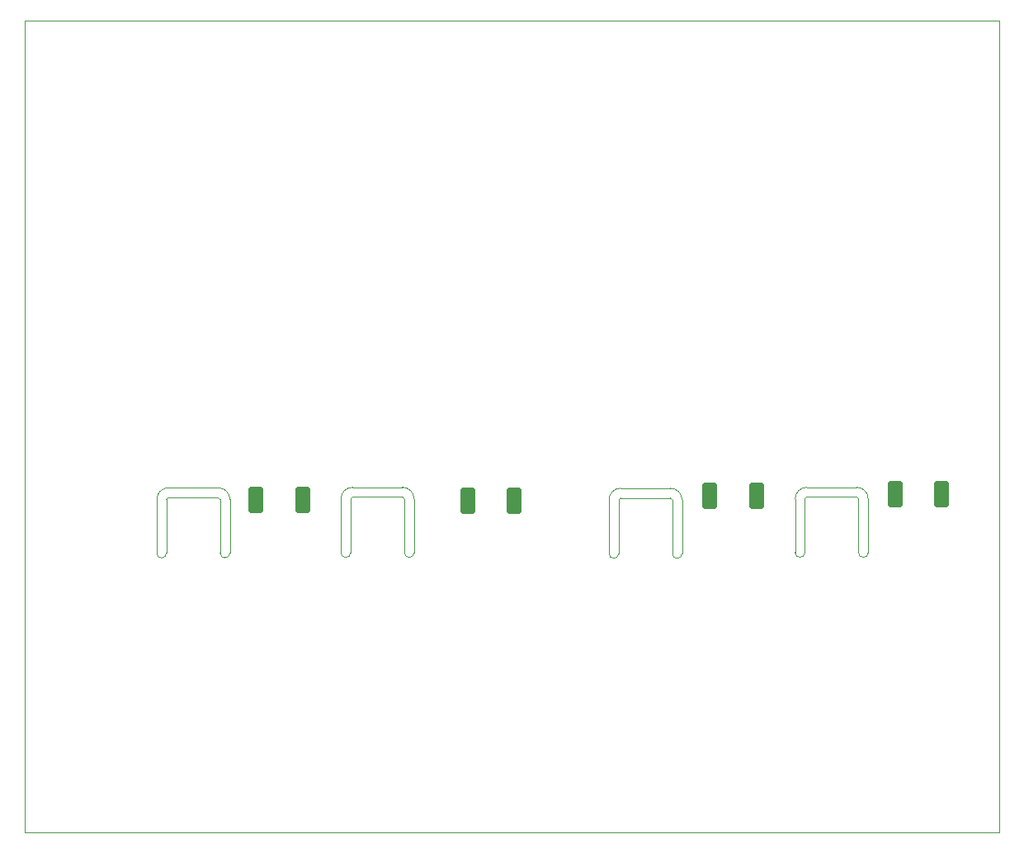
<source format=gbr>
%TF.GenerationSoftware,KiCad,Pcbnew,9.0.3*%
%TF.CreationDate,2025-10-06T20:13:02+02:00*%
%TF.ProjectId,esp32_blinds_controller,65737033-325f-4626-9c69-6e64735f636f,V0.3*%
%TF.SameCoordinates,Original*%
%TF.FileFunction,Paste,Bot*%
%TF.FilePolarity,Positive*%
%FSLAX46Y46*%
G04 Gerber Fmt 4.6, Leading zero omitted, Abs format (unit mm)*
G04 Created by KiCad (PCBNEW 9.0.3) date 2025-10-06 20:13:02*
%MOMM*%
%LPD*%
G01*
G04 APERTURE LIST*
G04 Aperture macros list*
%AMRoundRect*
0 Rectangle with rounded corners*
0 $1 Rounding radius*
0 $2 $3 $4 $5 $6 $7 $8 $9 X,Y pos of 4 corners*
0 Add a 4 corners polygon primitive as box body*
4,1,4,$2,$3,$4,$5,$6,$7,$8,$9,$2,$3,0*
0 Add four circle primitives for the rounded corners*
1,1,$1+$1,$2,$3*
1,1,$1+$1,$4,$5*
1,1,$1+$1,$6,$7*
1,1,$1+$1,$8,$9*
0 Add four rect primitives between the rounded corners*
20,1,$1+$1,$2,$3,$4,$5,0*
20,1,$1+$1,$4,$5,$6,$7,0*
20,1,$1+$1,$6,$7,$8,$9,0*
20,1,$1+$1,$8,$9,$2,$3,0*%
G04 Aperture macros list end*
%ADD10RoundRect,0.250000X0.500000X1.100000X-0.500000X1.100000X-0.500000X-1.100000X0.500000X-1.100000X0*%
%TA.AperFunction,Profile*%
%ADD11C,0.050000*%
%TD*%
%TA.AperFunction,Profile*%
%ADD12C,0.120000*%
%TD*%
G04 APERTURE END LIST*
D10*
%TO.C,D1*%
X129700000Y-104900000D03*
X124900000Y-104900000D03*
%TD*%
%TO.C,D3*%
X195250000Y-104350000D03*
X190450000Y-104350000D03*
%TD*%
%TO.C,D4*%
X151400000Y-105000000D03*
X146600000Y-105000000D03*
%TD*%
%TO.C,D2*%
X176250000Y-104500000D03*
X171450000Y-104500000D03*
%TD*%
D11*
X139900000Y-103600000D02*
G75*
G02*
X141100000Y-104800000I0J-1200000D01*
G01*
X167400000Y-103700000D02*
G75*
G02*
X168600000Y-104900000I0J-1200000D01*
G01*
X168600000Y-110400000D02*
G75*
G02*
X167600000Y-110400000I-500000J0D01*
G01*
X187700000Y-110300000D02*
X187700000Y-104800000D01*
X161100000Y-110400000D02*
X161100000Y-104900000D01*
X134600000Y-110300000D02*
X134600000Y-104800000D01*
X122200000Y-110350000D02*
G75*
G02*
X121200000Y-110350000I-500000J0D01*
G01*
X122200000Y-110350000D02*
X122200000Y-104850000D01*
X134800000Y-103600000D02*
X139900000Y-103600000D01*
X162300000Y-104700000D02*
X167400000Y-104700000D01*
X141100000Y-110300000D02*
X141100000Y-104800000D01*
X181200000Y-110300000D02*
G75*
G02*
X180200000Y-110300000I-500000J0D01*
G01*
X121000000Y-103650000D02*
G75*
G02*
X122200000Y-104850000I0J-1200000D01*
G01*
X181400000Y-104600000D02*
X186500000Y-104600000D01*
X162100000Y-104900000D02*
G75*
G02*
X162300000Y-104700000I200000J0D01*
G01*
X133600000Y-104800000D02*
G75*
G02*
X134800000Y-103600000I1200000J0D01*
G01*
X121200000Y-110350000D02*
X121200000Y-104850000D01*
X187700000Y-110300000D02*
G75*
G02*
X186700000Y-110300000I-500000J0D01*
G01*
X115900000Y-104650000D02*
X121000000Y-104650000D01*
X115700000Y-110350000D02*
X115700000Y-104850000D01*
X167400000Y-104700000D02*
G75*
G02*
X167600000Y-104900000I0J-200000D01*
G01*
X141100000Y-110300000D02*
G75*
G02*
X140100000Y-110300000I-500000J0D01*
G01*
X186700000Y-110300000D02*
X186700000Y-104800000D01*
X180200000Y-104800000D02*
G75*
G02*
X181400000Y-103600000I1200000J0D01*
G01*
X134800000Y-104600000D02*
X139900000Y-104600000D01*
X181200000Y-104800000D02*
G75*
G02*
X181400000Y-104600000I200000J0D01*
G01*
X186500000Y-104600000D02*
G75*
G02*
X186700000Y-104800000I0J-200000D01*
G01*
X162100000Y-110400000D02*
G75*
G02*
X161100000Y-110400000I-500000J0D01*
G01*
X139900000Y-104600000D02*
G75*
G02*
X140100000Y-104800000I0J-200000D01*
G01*
X115700000Y-110350000D02*
G75*
G02*
X114700000Y-110350000I-500000J0D01*
G01*
X186500000Y-103600000D02*
G75*
G02*
X187700000Y-104800000I0J-1200000D01*
G01*
X180200000Y-110300000D02*
X180200000Y-104800000D01*
X162100000Y-110400000D02*
X162100000Y-104900000D01*
X134600000Y-104800000D02*
G75*
G02*
X134800000Y-104600000I200000J0D01*
G01*
X115900000Y-103650000D02*
X121000000Y-103650000D01*
X121000000Y-104650000D02*
G75*
G02*
X121200000Y-104850000I0J-200000D01*
G01*
X140100000Y-110300000D02*
X140100000Y-104800000D01*
X181200000Y-110300000D02*
X181200000Y-104800000D01*
X114700000Y-110350000D02*
X114700000Y-104850000D01*
X168600000Y-110400000D02*
X168600000Y-104900000D01*
X162300000Y-103700000D02*
X167400000Y-103700000D01*
X167600000Y-110400000D02*
X167600000Y-104900000D01*
X161100000Y-104900000D02*
G75*
G02*
X162300000Y-103700000I1200000J0D01*
G01*
X134600000Y-110300000D02*
G75*
G02*
X133600000Y-110300000I-500000J0D01*
G01*
X181400000Y-103600000D02*
X186500000Y-103600000D01*
X115700000Y-104850000D02*
G75*
G02*
X115900000Y-104650000I200000J0D01*
G01*
X114700000Y-104850000D02*
G75*
G02*
X115900000Y-103650000I1200000J0D01*
G01*
X133600000Y-110300000D02*
X133600000Y-104800000D01*
D12*
%TO.C,MOD1*%
X101175000Y-55745000D02*
X101175000Y-138995000D01*
X101175000Y-138995000D02*
X201175000Y-138995000D01*
X201175000Y-55745000D02*
X101175000Y-55745000D01*
X201175000Y-138995000D02*
X201175000Y-55745000D01*
%TD*%
M02*

</source>
